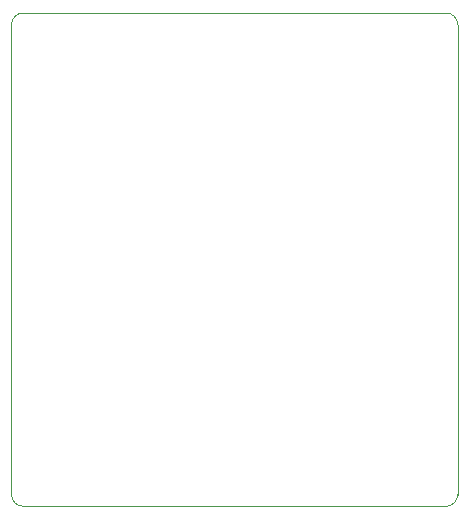
<source format=gbr>
%TF.GenerationSoftware,KiCad,Pcbnew,8.0.3*%
%TF.CreationDate,2024-06-26T09:18:51-04:00*%
%TF.ProjectId,xl7005a,786c3730-3035-4612-9e6b-696361645f70,rev?*%
%TF.SameCoordinates,PX95ba140PY38be5e0*%
%TF.FileFunction,Profile,NP*%
%FSLAX46Y46*%
G04 Gerber Fmt 4.6, Leading zero omitted, Abs format (unit mm)*
G04 Created by KiCad (PCBNEW 8.0.3) date 2024-06-26 09:18:51*
%MOMM*%
%LPD*%
G01*
G04 APERTURE LIST*
%TA.AperFunction,Profile*%
%ADD10C,0.050000*%
%TD*%
G04 APERTURE END LIST*
D10*
X2000000Y-42780000D02*
G75*
G02*
X1000000Y-41780000I0J1000000D01*
G01*
X38780000Y-41780000D02*
G75*
G02*
X37780000Y-42780000I-1000000J0D01*
G01*
X37780000Y-1000000D02*
G75*
G02*
X38780000Y-2000000I0J-1000000D01*
G01*
X1000000Y-2000000D02*
G75*
G02*
X2000000Y-1000000I1000000J0D01*
G01*
X1000000Y-41780000D02*
X1000000Y-2000000D01*
X37780000Y-42780000D02*
X2000000Y-42780000D01*
X38780000Y-2000000D02*
X38780000Y-41780000D01*
X2000000Y-1000000D02*
X37780000Y-1000000D01*
M02*

</source>
